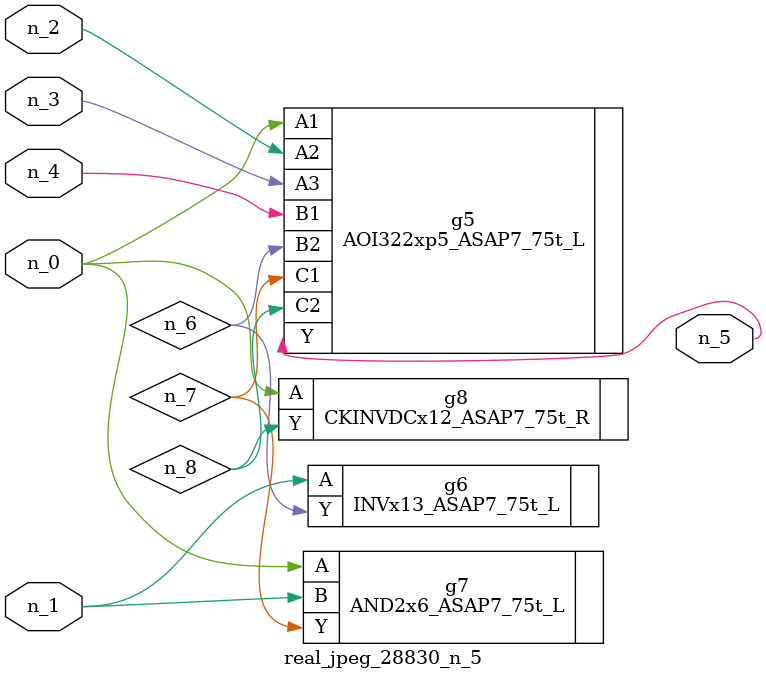
<source format=v>
module real_jpeg_28830_n_5 (n_4, n_0, n_1, n_2, n_3, n_5);

input n_4;
input n_0;
input n_1;
input n_2;
input n_3;

output n_5;

wire n_8;
wire n_6;
wire n_7;

AOI322xp5_ASAP7_75t_L g5 ( 
.A1(n_0),
.A2(n_2),
.A3(n_3),
.B1(n_4),
.B2(n_6),
.C1(n_7),
.C2(n_8),
.Y(n_5)
);

AND2x6_ASAP7_75t_L g7 ( 
.A(n_0),
.B(n_1),
.Y(n_7)
);

CKINVDCx12_ASAP7_75t_R g8 ( 
.A(n_0),
.Y(n_8)
);

INVx13_ASAP7_75t_L g6 ( 
.A(n_1),
.Y(n_6)
);


endmodule
</source>
